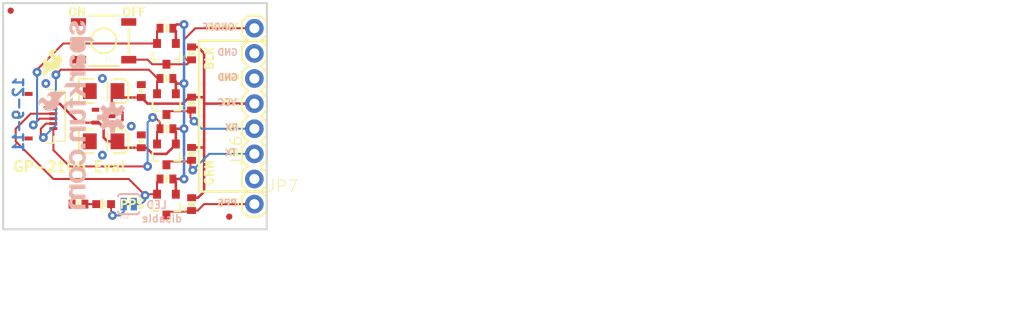
<source format=kicad_pcb>
(kicad_pcb (version 20211014) (generator pcbnew)
  (layers (0 "F.Cu" signal) (31 "B.Cu" signal) (34 "B.Paste" user) (35 "F.Paste" user) (36 "B.SilkS" user "B.Silkscreen") (37 "F.SilkS" user "F.Silkscreen") (38 "B.Mask" user) (39 "F.Mask" user) (44 "Edge.Cuts" user))
  (net 0 "")
  (net 1 "1.8V")
  (net 2 "GND")
  (net 3 "1PPS_I")
  (net 4 "ONOFF_I")
  (net 5 "RX_I")
  (net 6 "TX_O")
  (net 7 "VCC")
  (net 8 "RX")
  (net 9 "TX")
  (net 10 "ONOFF")
  (net 11 "1PPS")
  (net 12 "N$1")
  (net 13 "N$2")
  (footprint "boardEagle:0402-CAP" (layer "F.Cu") (at 149.1361 107.5436 90)
    (fp_text reference "C1" (at -0.889 -0.6985 90) (layer "F.SilkS") (effects (font (size 0.376489 0.376489) (thickness 0.029911)) (justify left)))
    (fp_text value "1uF")
    (pad "1" smd rect (at -0.65 0 90) (size 0.7 0.9) (layers "F.Cu" "F.Paste" "F.Mask") (net 1 "1.8V"))
    (pad "2" smd rect (at 0.65 0 90) (size 0.7 0.9) (layers "F.Cu" "F.Paste" "F.Mask") (net 2 "GND"))
  )
  (footprint "boardEagle:LED-0603" (layer "F.Cu") (at 145.3261 113.8936 90)
    (fp_text reference "LED1" (at -0.6985 0.889) (layer "F.SilkS") (effects (font (size 0.376489 0.376489) (thickness 0.029911)) (justify right)))
    (fp_text value "red")
    (pad "A" smd rect (at 0 0.75 90) (size 0.8 0.8) (layers "F.Cu" "F.Paste" "F.Mask") (net 13 "N$2"))
    (pad "C" smd rect (at 0 -0.75 90) (size 0.8 0.8) (layers "F.Cu" "F.Paste" "F.Mask") (net 12 "N$1"))
  )
  (footprint "boardEagle:SOT23-3" (layer "F.Cu") (at 151.6761 103.7336 180)
    (fp_text reference "Q1" (at -0.8255 -1.778) (layer "F.SilkS") (effects (font (size 0.376489 0.376489) (thickness 0.029911)) (justify right)))
    (fp_text value "MOSFET-NCHANNELSMD")
    (pad "1" smd rect (at -0.95 1 180) (size 0.8 0.9) (layers "F.Cu" "F.Paste" "F.Mask") (net 1 "1.8V"))
    (pad "2" smd rect (at 0.95 1 180) (size 0.8 0.9) (layers "F.Cu" "F.Paste" "F.Mask") (net 5 "RX_I"))
    (pad "3" smd rect (at 0 -1.1 180) (size 0.8 0.9) (layers "F.Cu" "F.Paste" "F.Mask") (net 8 "RX"))
  )
  (footprint "boardEagle:0402-RES" (layer "F.Cu") (at 151.6761 96.1136)
    (fp_text reference "R5" (at -0.889 -0.6985) (layer "F.SilkS") (effects (font (size 0.376489 0.376489) (thickness 0.029911)) (justify left)))
    (fp_text value "10k")
    (pad "1" smd rect (at -0.65 0) (size 0.7 0.9) (layers "F.Cu" "F.Paste" "F.Mask") (net 4 "ONOFF_I"))
    (pad "2" smd rect (at 0.65 0) (size 0.7 0.9) (layers "F.Cu" "F.Paste" "F.Mask") (net 1 "1.8V"))
  )
  (footprint "boardEagle:SOT23-3" (layer "F.Cu") (at 151.6761 98.6536 180)
    (fp_text reference "Q3" (at -0.8255 -1.778) (layer "F.SilkS") (effects (font (size 0.376489 0.376489) (thickness 0.029911)) (justify right)))
    (fp_text value "MOSFET-NCHANNELSMD")
    (pad "1" smd rect (at -0.95 1 180) (size 0.8 0.9) (layers "F.Cu" "F.Paste" "F.Mask") (net 1 "1.8V"))
    (pad "2" smd rect (at 0.95 1 180) (size 0.8 0.9) (layers "F.Cu" "F.Paste" "F.Mask") (net 4 "ONOFF_I"))
    (pad "3" smd rect (at 0 -1.1 180) (size 0.8 0.9) (layers "F.Cu" "F.Paste" "F.Mask") (net 10 "ONOFF"))
  )
  (footprint "boardEagle:SFE-LOGO-FLAME" (layer "F.Cu") (at 139.2301 101.0666)
    (fp_text reference "JP4" hide)
    (fp_text value "LOGO-SFESK" hide)
  )
  (footprint "boardEagle:1X01" (layer "F.Cu") (at 160.5661 113.8936)
    (fp_text reference "JP7" (at 1.1938 -1.8288) (layer "F.SilkS") (effects (font (size 1.176528 1.176528) (thickness 0.093472)) (justify left)))
    (fp_text value "M01PTH")
    (pad "1" thru_hole circle (at 0 0 90) (size 1.8796 1.8796) (drill 1.016) (layers *.Cu *.Mask) (net 11 "1PPS"))
  )
  (footprint "boardEagle:SOT23-3" (layer "F.Cu") (at 151.6761 113.8936 180)
    (fp_text reference "Q4" (at -0.8255 -1.778) (layer "F.SilkS") (effects (font (size 0.376489 0.376489) (thickness 0.029911)) (justify right)))
    (fp_text value "MOSFET-NCHANNELSMD")
    (pad "1" smd rect (at -0.95 1 180) (size 0.8 0.9) (layers "F.Cu" "F.Paste" "F.Mask") (net 1 "1.8V"))
    (pad "2" smd rect (at 0.95 1 180) (size 0.8 0.9) (layers "F.Cu" "F.Paste" "F.Mask") (net 3 "1PPS_I"))
    (pad "3" smd rect (at 0 -1.1 180) (size 0.8 0.9) (layers "F.Cu" "F.Paste" "F.Mask") (net 11 "1PPS"))
  )
  (footprint "boardEagle:0402-RES" (layer "F.Cu") (at 154.2161 103.7336 90)
    (fp_text reference "R2" (at -0.889 -0.6985 90) (layer "F.SilkS") (effects (font (size 0.376489 0.376489) (thickness 0.029911)) (justify left)))
    (fp_text value "10k")
    (pad "1" smd rect (at -0.65 0 90) (size 0.7 0.9) (layers "F.Cu" "F.Paste" "F.Mask") (net 8 "RX"))
    (pad "2" smd rect (at 0.65 0 90) (size 0.7 0.9) (layers "F.Cu" "F.Paste" "F.Mask") (net 7 "VCC"))
  )
  (footprint "boardEagle:EIA3216" (layer "F.Cu") (at 145.3261 107.5436)
    (fp_text reference "C2" (at -2.54 -1.381) (layer "F.SilkS") (effects (font (size 0.376489 0.376489) (thickness 0.029911)) (justify left)))
    (fp_text value "10uF")
    (pad "A" smd rect (at 1.4 0 90) (size 1.6 1.4) (layers "F.Cu" "F.Paste" "F.Mask") (net 1 "1.8V"))
    (pad "C" smd rect (at -1.4 0 90) (size 1.6 1.4) (layers "F.Cu" "F.Paste" "F.Mask") (net 2 "GND"))
  )
  (footprint "boardEagle:STAND-OFF" (layer "F.Cu") (at 137.7061 96.1136)
    (fp_text reference "JP3" hide)
    (fp_text value "STAND-OFF" hide)
    (pad "" np_thru_hole circle (at 0 0) (size 3.302 3.302) (drill 3.302) (layers *.Cu *.Mask))
  )
  (footprint "boardEagle:EIA3216" (layer "F.Cu") (at 145.3261 102.4636)
    (fp_text reference "C4" (at -2.54 -1.381) (layer "F.SilkS") (effects (font (size 0.376489 0.376489) (thickness 0.029911)) (justify left)))
    (fp_text value "10uF")
    (pad "A" smd rect (at 1.4 0 90) (size 1.6 1.4) (layers "F.Cu" "F.Paste" "F.Mask") (net 7 "VCC"))
    (pad "C" smd rect (at -1.4 0 90) (size 1.6 1.4) (layers "F.Cu" "F.Paste" "F.Mask") (net 2 "GND"))
  )
  (footprint "boardEagle:FTDI_BASIC" (layer "F.Cu") (at 160.5661 111.3536 90)
    (fp_text reference "JP6" (at 1.1938 -1.8288 90) (layer "F.SilkS") (effects (font (size 1.1557 1.1557) (thickness 0.1143)) (justify left)))
    (fp_text value "FTDI_BASICPTH")
    (pad "CTS" thru_hole circle (at 10.16 0 180) (size 1.8796 1.8796) (drill 1.016) (layers *.Cu *.Mask) (net 2 "GND"))
    (pad "DTR" thru_hole circle (at 0 0 180) (size 1.8796 1.8796) (drill 1.016) (layers *.Cu *.Mask))
    (pad "GND" thru_hole circle (at 12.7 0 180) (size 1.8796 1.8796) (drill 1.016) (layers *.Cu *.Mask) (net 2 "GND"))
    (pad "RXI" thru_hole circle (at 2.54 0 180) (size 1.8796 1.8796) (drill 1.016) (layers *.Cu *.Mask) (net 9 "TX"))
    (pad "TXO" thru_hole circle (at 5.08 0 180) (size 1.8796 1.8796) (drill 1.016) (layers *.Cu *.Mask) (net 8 "RX"))
    (pad "VCC" thru_hole circle (at 7.62 0 180) (size 1.8796 1.8796) (drill 1.016) (layers *.Cu *.Mask) (net 7 "VCC"))
  )
  (footprint "boardEagle:STAND-OFF" (layer "F.Cu") (at 137.7061 113.8936)
    (fp_text reference "JP2" hide)
    (fp_text value "STAND-OFF" hide)
    (pad "" np_thru_hole circle (at 0 0) (size 3.302 3.302) (drill 3.302) (layers *.Cu *.Mask))
  )
  (footprint "boardEagle:0402-RES" (layer "F.Cu") (at 142.7861 113.8936)
    (fp_text reference "R9" (at -0.889 -0.6985) (layer "F.SilkS") (effects (font (size 0.376489 0.376489) (thickness 0.029911)) (justify left)))
    (fp_text value "0.27")
    (pad "1" smd rect (at -0.65 0) (size 0.7 0.9) (layers "F.Cu" "F.Paste" "F.Mask") (net 2 "GND"))
    (pad "2" smd rect (at 0.65 0) (size 0.7 0.9) (layers "F.Cu" "F.Paste" "F.Mask") (net 12 "N$1"))
  )
  (footprint "boardEagle:0402-RES" (layer "F.Cu") (at 154.2161 98.6536 90)
    (fp_text reference "R6" (at -0.889 -0.6985 90) (layer "F.SilkS") (effects (font (size 0.376489 0.376489) (thickness 0.029911)) (justify left)))
    (fp_text value "10k")
    (pad "1" smd rect (at -0.65 0 90) (size 0.7 0.9) (layers "F.Cu" "F.Paste" "F.Mask") (net 10 "ONOFF"))
    (pad "2" smd rect (at 0.65 0 90) (size 0.7 0.9) (layers "F.Cu" "F.Paste" "F.Mask") (net 7 "VCC"))
  )
  (footprint "boardEagle:0402-RES" (layer "F.Cu") (at 154.2161 108.8136 90)
    (fp_text reference "R4" (at -0.889 -0.6985 90) (layer "F.SilkS") (effects (font (size 0.376489 0.376489) (thickness 0.029911)) (justify left)))
    (fp_text value "10k")
    (pad "1" smd rect (at -0.65 0 90) (size 0.7 0.9) (layers "F.Cu" "F.Paste" "F.Mask") (net 9 "TX"))
    (pad "2" smd rect (at 0.65 0 90) (size 0.7 0.9) (layers "F.Cu" "F.Paste" "F.Mask") (net 7 "VCC"))
  )
  (footprint "boardEagle:0402-RES" (layer "F.Cu") (at 151.6761 106.2736)
    (fp_text reference "R3" (at -0.889 -0.6985) (layer "F.SilkS") (effects (font (size 0.376489 0.376489) (thickness 0.029911)) (justify left)))
    (fp_text value "10k")
    (pad "1" smd rect (at -0.65 0) (size 0.7 0.9) (layers "F.Cu" "F.Paste" "F.Mask") (net 6 "TX_O"))
    (pad "2" smd rect (at 0.65 0) (size 0.7 0.9) (layers "F.Cu" "F.Paste" "F.Mask") (net 1 "1.8V"))
  )
  (footprint "boardEagle:SOT23-3" (layer "F.Cu") (at 151.6761 108.8136 180)
    (fp_text reference "Q2" (at -0.8255 -1.778) (layer "F.SilkS") (effects (font (size 0.376489 0.376489) (thickness 0.029911)) (justify right)))
    (fp_text value "MOSFET-NCHANNELSMD")
    (pad "1" smd rect (at -0.95 1 180) (size 0.8 0.9) (layers "F.Cu" "F.Paste" "F.Mask") (net 1 "1.8V"))
    (pad "2" smd rect (at 0.95 1 180) (size 0.8 0.9) (layers "F.Cu" "F.Paste" "F.Mask") (net 6 "TX_O"))
    (pad "3" smd rect (at 0 -1.1 180) (size 0.8 0.9) (layers "F.Cu" "F.Paste" "F.Mask") (net 9 "TX"))
  )
  (footprint "boardEagle:SC70" (layer "F.Cu") (at 145.3261 105.0036 90)
    (fp_text reference "U2" (at -0.889 -1.524 90) (layer "F.SilkS") (effects (font (size 0.376489 0.376489) (thickness 0.029911)) (justify left)))
    (fp_text value "V_REG_LDOSMD2")
    (pad "1" smd rect (at -0.65 0.825 90) (size 0.4 0.75) (layers "F.Cu" "F.Mask") (net 7 "VCC"))
    (pad "2" smd rect (at 0 0.825 90) (size 0.4 0.75) (layers "F.Cu" "F.Mask") (net 2 "GND"))
    (pad "3" smd rect (at 0.65 0.825 90) (size 0.4 0.75) (layers "F.Cu" "F.Mask") (net 7 "VCC"))
    (pad "4" smd rect (at 0.65 -0.825 90) (size 0.4 0.75) (layers "F.Cu" "F.Mask"))
    (pad "5" smd rect (at -0.65 -0.825 90) (size 0.4 0.75) (layers "F.Cu" "F.Mask") (net 1 "1.8V"))
  )
  (footprint "boardEagle:GP-2106" (layer "F.Cu") (at 140.2461 105.0036 -90)
    (fp_text reference "U1" (at -2.54 1.27 90) (layer "F.SilkS") (effects (font (size 0.376489 0.376489) (thickness 0.029911)) (justify right)))
    (fp_text value "GP-2106")
    (pad "1PPS" smd rect (at -0.25 0) (size 0.8 0.3) (layers "F.Cu" "F.Mask") (net 3 "1PPS_I"))
    (pad "GND" smd rect (at -0.75 0) (size 0.8 0.3) (layers "F.Cu" "F.Mask") (net 2 "GND"))
    (pad "ONOFF" smd rect (at 0.25 0) (size 0.8 0.3) (layers "F.Cu" "F.Mask") (net 4 "ONOFF_I"))
    (pad "P$7" smd rect (at -2.25 2.5) (size 0.8 0.4) (layers "F.Cu" "F.Paste" "F.Mask"))
    (pad "P$8" smd rect (at 2.25 2.5) (size 0.8 0.4) (layers "F.Cu" "F.Paste" "F.Mask"))
    (pad "RX" smd rect (at 0.75 0) (size 0.8 0.3) (layers "F.Cu" "F.Mask") (net 5 "RX_I"))
    (pad "TX" smd rect (at 1.25 0) (size 0.8 0.3) (layers "F.Cu" "F.Mask") (net 6 "TX_O"))
    (pad "VCC" smd rect (at -1.25 0) (size 0.8 0.3) (layers "F.Cu" "F.Mask") (net 1 "1.8V"))
  )
  (footprint "boardEagle:0402-CAP" (layer "F.Cu") (at 149.1361 102.4636 90)
    (fp_text reference "C3" (at -0.889 -0.6985 90) (layer "F.SilkS") (effects (font (size 0.376489 0.376489) (thickness 0.029911)) (justify left)))
    (fp_text value "0.1uF")
    (pad "1" smd rect (at -0.65 0 90) (size 0.7 0.9) (layers "F.Cu" "F.Paste" "F.Mask") (net 7 "VCC"))
    (pad "2" smd rect (at 0.65 0 90) (size 0.7 0.9) (layers "F.Cu" "F.Paste" "F.Mask") (net 2 "GND"))
  )
  (footprint "boardEagle:MICRO-FIDUCIAL" (layer "F.Cu") (at 158.0261 115.1636)
    (fp_text reference "JP9" hide)
    (fp_text value "FIDUCIALUFIDUCIAL" hide)
    (pad "1" smd roundrect (at 0 0) (size 0.635 0.635) (layers "F.Cu" "F.Mask") (roundrect_rratio 0.5))
  )
  (footprint "boardEagle:0402-RES" (layer "F.Cu") (at 151.6761 101.1936)
    (fp_text reference "R1" (at -0.889 -0.6985) (layer "F.SilkS") (effects (font (size 0.376489 0.376489) (thickness 0.029911)) (justify left)))
    (fp_text value "10k")
    (pad "1" smd rect (at -0.65 0) (size 0.7 0.9) (layers "F.Cu" "F.Paste" "F.Mask") (net 5 "RX_I"))
    (pad "2" smd rect (at 0.65 0) (size 0.7 0.9) (layers "F.Cu" "F.Paste" "F.Mask") (net 1 "1.8V"))
  )
  (footprint "boardEagle:MICRO-FIDUCIAL" (layer "F.Cu") (at 135.9281 94.3356)
    (fp_text reference "JP8" hide)
    (fp_text value "FIDUCIALUFIDUCIAL" hide)
    (pad "1" smd roundrect (at 0 0) (size 0.635 0.635) (layers "F.Cu" "F.Mask") (roundrect_rratio 0.5))
  )
  (footprint "boardEagle:0402-RES" (layer "F.Cu") (at 151.6761 111.3536)
    (fp_text reference "R7" (at -0.889 -0.6985) (layer "F.SilkS") (effects (font (size 0.376489 0.376489) (thickness 0.029911)) (justify left)))
    (fp_text value "10k")
    (pad "1" smd rect (at -0.65 0) (size 0.7 0.9) (layers "F.Cu" "F.Paste" "F.Mask") (net 3 "1PPS_I"))
    (pad "2" smd rect (at 0.65 0) (size 0.7 0.9) (layers "F.Cu" "F.Paste" "F.Mask") (net 1 "1.8V"))
  )
  (footprint "boardEagle:CREATIVE_COMMONS" (layer "F.Cu") (at 155.4861 126.5936)
    (fp_text reference "U$8" hide)
    (fp_text value "CREATIVE_COMMONS" hide)
  )
  (footprint "boardEagle:0402-RES" (layer "F.Cu") (at 154.2161 113.8936 90)
    (fp_text reference "R8" (at -0.889 -0.6985 90) (layer "F.SilkS") (effects (font (size 0.376489 0.376489) (thickness 0.029911)) (justify left)))
    (fp_text value "10k")
    (pad "1" smd rect (at -0.65 0 90) (size 0.7 0.9) (layers "F.Cu" "F.Paste" "F.Mask") (net 11 "1PPS"))
    (pad "2" smd rect (at 0.65 0 90) (size 0.7 0.9) (layers "F.Cu" "F.Paste" "F.Mask") (net 7 "VCC"))
  )
  (footprint "boardEagle:TACTILE_SWITCH_SMD" (layer "F.Cu") (at 145.3261 97.3836 180)
    (fp_text reference "S1" (at -0.889 -1.778) (layer "F.SilkS") (effects (font (size 0.376489 0.376489) (thickness 0.029911)) (justify right)))
    (fp_text value "SWITCH-MOMENTARY-2SMD")
    (pad "1" smd rect (at -2.54 -1.905 270) (size 0.762 1.524) (layers "F.Cu" "F.Paste" "F.Mask") (net 10 "ONOFF"))
    (pad "2" smd rect (at 2.54 -1.905 270) (size 0.762 1.524) (layers "F.Cu" "F.Paste" "F.Mask"))
    (pad "3" smd rect (at -2.54 1.905 270) (size 0.762 1.524) (layers "F.Cu" "F.Paste" "F.Mask") (net 2 "GND"))
    (pad "4" smd rect (at 2.54 1.905 270) (size 0.762 1.524) (layers "F.Cu" "F.Paste" "F.Mask"))
  )
  (footprint "boardEagle:1X01" (layer "F.Cu") (at 160.5661 96.1136)
    (fp_text reference "JP1" hide)
    (fp_text value "M01PTH")
    (pad "1" thru_hole circle (at 0 0 90) (size 1.8796 1.8796) (drill 1.016) (layers *.Cu *.Mask) (net 10 "ONOFF"))
  )
  (footprint "boardEagle:SFE-NEW-WEBLOGO" (layer "B.Cu") (at 144.4371 95.3516 -90)
    (fp_text reference "JP5" hide)
    (fp_text value "LOGO-SFENEW" hide)
  )
  (footprint "boardEagle:OSHW-LOGO-S" (layer "B.Cu") (at 146.2151 105.1306 -90)
    (fp_text reference "U$7" hide)
    (fp_text value "OSHW-LOGOS" hide)
  )
  (footprint "boardEagle:SJ_2S-TRACE" (layer "B.Cu") (at 147.8661 113.8936)
    (fp_text reference "SJ1" (at -0.9525 1.27) (layer "B.SilkS") (effects (font (size 0.376489 0.376489) (thickness 0.029911)) (justify right mirror)))
    (fp_text value "SOLDERJUMPERTRACE")
    (fp_line (start -0.381 0) (end 0.381 0) (layer "B.Cu") (width 0.2032))
    (pad "1" smd rect (at -0.508 0) (size 0.635 1.27) (layers "B.Cu" "B.Mask") (net 13 "N$2"))
    (pad "2" smd rect (at 0.508 0) (size 0.635 1.27) (layers "B.Cu" "B.Mask") (net 3 "1PPS_I"))
  )
  (gr_line (start 154.9781 112.6236) (end 161.8361 112.6236) (layer "F.SilkS") (width 0.254))
  (gr_line (start 161.8361 97.3836) (end 154.9781 97.3836) (layer "F.SilkS") (width 0.254))
  (gr_line (start 154.9781 97.3836) (end 154.9781 112.6236) (layer "F.SilkS") (width 0.254))
  (gr_line (start 135.1661 93.5736) (end 135.1661 116.4336) (layer "Edge.Cuts") (width 0.2032))
  (gr_line (start 135.1661 116.4336) (end 161.8161 116.4336) (layer "Edge.Cuts") (width 0.2032))
  (gr_line (start 161.8361 93.5736) (end 135.1661 93.5736) (layer "Edge.Cuts") (width 0.2032))
  (gr_line (start 161.8161 116.4336) (end 161.8361 93.5736) (layer "Edge.Cuts") (width 0.2032))
  (gr_text "12-9-11" (at 137.3251 100.9396 -270) (layer "B.Cu") (effects (font (size 1.0414 1.0414) (thickness 0.2286)) (justify left bottom mirror)))
  (gr_text "GND" (at 156.7561 98.1456) (layer "B.SilkS") (effects (font (size 0.666496 0.666496) (thickness 0.146304)) (justify right top mirror)))
  (gr_text "PPS" (at 156.7561 113.3856) (layer "B.SilkS") (effects (font (size 0.666496 0.666496) (thickness 0.146304)) (justify right top mirror)))
  (gr_text "LED" (at 151.8031 114.4016) (layer "B.SilkS") (effects (font (size 0.75565 0.75565) (thickness 0.13335)) (justify left bottom mirror)))
  (gr_text "TX" (at 157.5181 108.3056) (layer "B.SilkS") (effects (font (size 0.666496 0.666496) (thickness 0.146304)) (justify right top mirror)))
  (gr_text "VCC" (at 156.7561 103.2256) (layer "B.SilkS") (effects (font (size 0.666496 0.666496) (thickness 0.146304)) (justify right top mirror)))
  (gr_text "disable" (at 153.3271 115.7986) (layer "B.SilkS") (effects (font (size 0.75565 0.75565) (thickness 0.13335)) (justify left bottom mirror)))
  (gr_text "RX" (at 157.5181 105.7656) (layer "B.SilkS") (effects (font (size 0.666496 0.666496) (thickness 0.146304)) (justify right top mirror)))
  (gr_text "GND" (at 156.7561 100.6856) (layer "B.SilkS") (effects (font (size 0.666496 0.666496) (thickness 0.146304)) (justify right top mirror)))
  (gr_text "ONOFF" (at 155.2321 95.6056) (layer "B.SilkS") (effects (font (size 0.666496 0.666496) (thickness 0.146304)) (justify right top mirror)))
  (gr_text "PPS" (at 146.8501 114.4016) (layer "F.SilkS") (effects (font (size 0.83312 0.83312) (thickness 0.18288)) (justify left bottom)))
  (gr_text "GND" (at 159.1691 100.6856) (layer "F.SilkS") (effects (font (size 0.666496 0.666496) (thickness 0.146304)) (justify right top)))
  (gr_text "GRN" (at 156.5021 112.1156 90) (layer "F.SilkS") (effects (font (size 0.83312 0.83312) (thickness 0.18288)) (justify left bottom)))
  (gr_text "OFF" (at 147.1041 94.9706) (layer "F.SilkS") (effects (font (size 0.83312 0.83312) (thickness 0.18288)) (justify left bottom)))
  (gr_text "ONOFF" (at 159.1691 95.6056) (layer "F.SilkS") (effects (font (size 0.666496 0.666496) (thickness 0.146304)) (justify right top)))
  (gr_text "BLK" (at 156.5021 100.4316 90) (layer "F.SilkS") (effects (font (size 0.83312 0.83312) (thickness 0.18288)) (justify left bottom)))
  (gr_text "GP-2106 Eval" (at 136.0551 110.7186) (layer "F.SilkS") (effects (font (size 1.0414 1.0414) (thickness 0.2286)) (justify left bottom)))
  (gr_text "RX" (at 159.1691 105.7656) (layer "F.SilkS") (effects (font (size 0.666496 0.666496) (thickness 0.146304)) (justify right top)))
  (gr_text "ON" (at 141.6431 94.9706) (layer "F.SilkS") (effects (font (size 0.83312 0.83312) (thickness 0.18288)) (justify left bottom)))
  (gr_text "PPS" (at 159.1691 113.3856) (layer "F.SilkS") (effects (font (size 0.666496 0.666496) (thickness 0.146304)) (justify right top)))
  (gr_text "TX" (at 159.1691 108.3056) (layer "F.SilkS") (effects (font (size 0.666496 0.666496) (thickness 0.146304)) (justify right top)))
  (gr_text "VCC" (at 159.1691 103.2256) (layer "F.SilkS") (effects (font (size 0.666496 0.666496) (thickness 0.146304)) (justify right top)))
  (segment (start 152.6261 96.4136) (end 152.6261 97.6536) (width 0.254) (layer "F.Cu") (net 1))
  (segment (start 153.4541 101.7016) (end 152.6261 101.7016) (width 0.254) (layer "F.Cu") (net 1))
  (segment (start 152.6261 101.4936) (end 152.3261 101.1936) (width 0.254) (layer "F.Cu") (net 1))
  (segment (start 149.6591 108.1936) (end 150.2791 108.8136) (width 0.254) (layer "F.Cu") (net 1))
  (segment (start 144.8331 105.6536) (end 145.3261 106.1466) (width 0.254) (layer "F.Cu") (net 1))
  (segment (start 152.6261 107.8136) (end 152.6261 106.5736) (width 0.254) (layer "F.Cu") (net 1))
  (segment (start 152.3261 106.2736) (end 153.4541 106.2736) (width 0.254) (layer "F.Cu") (net 1))
  (segment (start 152.6261 101.7016) (end 152.6261 102.7336) (width 0.254) (layer "F.Cu") (net 1))
  (segment (start 151.6761 108.8136) (end 152.6261 107.8636) (width 0.254) (layer "F.Cu") (net 1))
  (segment (start 152.6261 106.5736) (end 152.3261 106.2736) (width 0.254) (layer "F.Cu") (net 1))
  (segment (start 145.3261 106.1466) (end 145.3261 107.1626) (width 0.254) (layer "F.Cu") (net 1))
  (segment (start 142.8011 105.6536) (end 144.5011 105.6536) (width 0.254) (layer "F.Cu") (net 1))
  (segment (start 152.3261 111.3536) (end 152.6261 111.6536) (width 0.254) (layer "F.Cu") (net 1))
  (segment (start 144.5011 105.6536) (end 144.4861 105.6386) (width 0.254) (layer "F.Cu") (net 1))
  (segment (start 145.3261 107.1626) (end 145.7071 107.5436) (width 0.254) (layer "F.Cu") (net 1))
  (segment (start 153.4541 95.7326) (end 152.7071 95.7326) (width 0.254) (layer "F.Cu") (net 1))
  (segment (start 147.3761 108.1936) (end 149.1361 108.1936) (width 0.254) (layer "F.Cu") (net 1))
  (segment (start 145.7071 107.5436) (end 146.7261 107.5436) (width 0.254) (layer "F.Cu") (net 1))
  (segment (start 144.5011 105.6536) (end 144.8331 105.6536) (width 0.254) (layer "F.Cu") (net 1))
  (segment (start 152.6261 107.8636) (end 152.6261 107.8136) (width 0.254) (layer "F.Cu") (net 1))
  (segment (start 140.2461 103.7536) (end 140.9011 103.7536) (width 0.254) (layer "F.Cu") (net 1))
  (segment (start 146.7261 107.5436) (end 147.3761 108.1936) (width 0.254) (layer "F.Cu") (net 1))
  (segment (start 152.7071 95.7326) (end 152.3261 96.1136) (width 0.254) (layer "F.Cu") (net 1))
  (segment (start 149.1361 108.1936) (end 149.6591 108.1936) (width 0.254) (layer "F.Cu") (net 1))
  (segment (start 152.6261 101.7016) (end 152.6261 101.4936) (width 0.254) (layer "F.Cu") (net 1))
  (segment (start 152.6261 111.6536) (end 152.6261 112.8936) (width 0.254) (layer "F.Cu") (net 1))
  (segment (start 152.3261 96.1136) (end 152.6261 96.4136) (width 0.254) (layer "F.Cu") (net 1))
  (segment (start 140.9011 103.7536) (end 142.8011 105.6536) (width 0.254) (layer "F.Cu") (net 1))
  (segment (start 153.4541 111.3536) (end 152.3261 111.3536) (width 0.254) (layer "F.Cu") (net 1))
  (segment (start 150.2791 108.8136) (end 151.6761 108.8136) (width 0.254) (layer "F.Cu") (net 1))
  (via (at 153.4541 101.7016) (size 0.889) (drill 0.381) (layers "F.Cu" "B.Cu") (net 1))
  (via (at 153.4541 106.2736) (size 0.889) (drill 0.381) (layers "F.Cu" "B.Cu") (net 1))
  (via (at 153.4541 95.7326) (size 0.889) (drill 0.381) (layers "F.Cu" "B.Cu") (net 1))
  (via (at 153.4541 111.3536) (size 0.889) (drill 0.381) (layers "F.Cu" "B.Cu") (net 1))
  (segment (start 153.4541 106.2736) (end 153.4541 101.7016) (width 0.254) (layer "B.Cu") (net 1))
  (segment (start 153.4541 106.2736) (end 153.4541 111.3536) (width 0.254) (layer "B.Cu") (net 1))
  (segment (start 153.4541 101.7016) (end 153.4541 95.7326) (width 0.254) (layer "B.Cu") (net 1))
  (segment (start 139.4961 104.2536) (end 140.2461 104.2536) (width 0.254) (layer "F.Cu") (net 2))
  (segment (start 139.4961 104.2536) (end 139.3571 104.1146) (width 0.254) (layer "F.Cu") (net 2))
  (via (at 148.1201 106.0196) (size 0.889) (drill 0.381) (layers "F.Cu" "B.Cu") (net 2))
  (via (at 145.1991 101.1936) (size 0.889) (drill 0.381) (layers "F.Cu" "B.Cu") (net 2))
  (via (at 145.1991 108.9406) (size 0.889) (drill 0.381) (layers "F.Cu" "B.Cu") (net 2))
  (via (at 139.4841 101.7016) (size 0.889) (drill 0.381) (layers "F.Cu" "B.Cu") (net 2))
  (segment (start 149.6281 112.8936) (end 150.7261 112.8936) (width 0.2032) (layer "F.Cu") (net 3))
  (segment (start 140.2461 111.3536) (end 147.8661 111.3536) (width 0.2032) (layer "F.Cu") (net 3))
  (segment (start 136.4361 107.5436) (end 140.2461 111.3536) (width 0.2032) (layer "F.Cu") (net 3))
  (segment (start 150.7261 112.8936) (end 150.7261 111.6536) (width 0.2032) (layer "F.Cu") (net 3))
  (segment (start 150.7261 111.6536) (end 151.0261 111.3536) (width 0.2032) (layer "F.Cu") (net 3))
  (segment (start 136.4361 106.2736) (end 137.9561 104.7536) (width 0.2032) (layer "F.Cu") (net 3))
  (segment (start 137.9561 104.7536) (end 140.2461 104.7536) (width 0.2032) (layer "F.Cu") (net 3))
  (segment (start 147.8661 111.3536) (end 149.5171 113.0046) (width 0.2032) (layer "F.Cu") (net 3))
  (segment (start 136.4361 107.5436) (end 136.4361 106.2736) (width 0.2032) (layer "F.Cu") (net 3))
  (segment (start 149.5171 113.0046) (end 149.6281 112.8936) (width 0.2032) (layer "F.Cu") (net 3))
  (via (at 149.5171 113.0046) (size 0.889) (drill 0.381) (layers "F.Cu" "B.Cu") (net 3))
  (segment (start 149.5171 113.0046) (end 149.5171 113.5126) (width 0.2032) (layer "B.Cu") (net 3))
  (segment (start 149.5171 113.5126) (end 149.1361 113.8936) (width 0.2032) (layer "B.Cu") (net 3))
  (segment (start 149.1361 113.8936) (end 148.3741 113.8936) (width 0.2032) (layer "B.Cu") (net 3))
  (segment (start 138.5951 100.3046) (end 141.2461 97.6536) (width 0.2032) (layer "F.Cu") (net 4))
  (segment (start 150.7261 96.4136) (end 151.0261 96.1136) (width 0.2032) (layer "F.Cu") (net 4))
  (segment (start 138.5951 100.5586) (end 138.5951 100.3046) (width 0.2032) (layer "F.Cu") (net 4))
  (segment (start 141.2461 97.6536) (end 150.7261 97.6536) (width 0.2032) (layer "F.Cu") (net 4))
  (segment (start 150.7261 97.6536) (end 150.7261 96.4136) (width 0.2032) (layer "F.Cu") (net 4))
  (segment (start 138.8531 105.2536) (end 140.2461 105.2536) (width 0.2032) (layer "F.Cu") (net 4))
  (segment (start 138.2141 105.8926) (end 138.8531 105.2536) (width 0.2032) (layer "F.Cu") (net 4))
  (via (at 138.5951 100.5586) (size 0.889) (drill 0.381) (layers "F.Cu" "B.Cu") (net 4))
  (via (at 138.2141 105.8926) (size 0.889) (drill 0.381) (layers "F.Cu" "B.Cu") (net 4))
  (segment (start 138.2141 105.8926) (end 138.5951 105.5116) (width 0.2032) (layer "B.Cu") (net 4))
  (segment (start 138.5951 105.5116) (end 138.5951 100.5586) (width 0.2032) (layer "B.Cu") (net 4))
  (segment (start 138.9761 106.9086) (end 138.9761 106.2736) (width 0.2032) (layer "F.Cu") (net 5))
  (segment (start 149.8981 100.3046) (end 150.7871 101.1936) (width 0.2032) (layer "F.Cu") (net 5))
  (segment (start 141.0081 100.3046) (end 149.8981 100.3046) (width 0.2032) (layer "F.Cu") (net 5))
  (segment (start 150.7261 101.4936) (end 150.7261 102.7336) (width 0.2032) (layer "F.Cu") (net 5))
  (segment (start 150.7871 101.1936) (end 151.0261 101.1936) (width 0.2032) (layer "F.Cu") (net 5))
  (segment (start 139.2301 107.1626) (end 138.9761 106.9086) (width 0.2032) (layer "F.Cu") (net 5))
  (segment (start 139.4961 105.7536) (end 140.2461 105.7536) (width 0.2032) (layer "F.Cu") (net 5))
  (segment (start 140.5001 100.8126) (end 141.0081 100.3046) (width 0.2032) (layer "F.Cu") (net 5))
  (segment (start 150.7871 101.1936) (end 150.7871 101.4326) (width 0.2032) (layer "F.Cu") (net 5))
  (segment (start 150.7871 101.4326) (end 150.7261 101.4936) (width 0.2032) (layer "F.Cu") (net 5))
  (segment (start 138.9761 106.2736) (end 139.4961 105.7536) (width 0.2032) (layer "F.Cu") (net 5))
  (via (at 139.2301 107.1626) (size 0.889) (drill 0.381) (layers "F.Cu" "B.Cu") (net 5))
  (via (at 140.5001 100.8126) (size 0.889) (drill 0.381) (layers "F.Cu" "B.Cu") (net 5))
  (segment (start 139.2301 107.1626) (end 140.5001 105.8926) (width 0.2032) (layer "B.Cu") (net 5))
  (segment (start 140.5001 105.8926) (end 140.5001 100.8126) (width 0.2032) (layer "B.Cu") (net 5))
  (segment (start 141.8971 110.0836) (end 140.2461 108.4326) (width 0.2032) (layer "F.Cu") (net 6))
  (segment (start 151.0261 105.6236) (end 151.0261 106.2736) (width 0.2032) (layer "F.Cu") (net 6))
  (segment (start 140.2461 108.4326) (end 140.2461 106.2536) (width 0.2032) (layer "F.Cu") (net 6))
  (segment (start 141.8971 110.0836) (end 149.7711 110.0836) (width 0.2032) (layer "F.Cu") (net 6))
  (segment (start 150.2791 105.1306) (end 150.5331 105.1306) (width 0.2032) (layer "F.Cu") (net 6))
  (segment (start 150.7261 106.5736) (end 150.7261 107.8136) (width 0.2032) (layer "F.Cu") (net 6))
  (segment (start 150.5331 105.1306) (end 151.0261 105.6236) (width 0.2032) (layer "F.Cu") (net 6))
  (segment (start 151.0261 106.2736) (end 150.7261 106.5736) (width 0.2032) (layer "F.Cu") (net 6))
  (via (at 149.7711 110.0836) (size 0.889) (drill 0.381) (layers "F.Cu" "B.Cu") (net 6))
  (via (at 150.2791 105.1306) (size 0.889) (drill 0.381) (layers "F.Cu" "B.Cu") (net 6))
  (segment (start 149.7711 110.0836) (end 149.7711 105.6386) (width 0.2032) (layer "B.Cu") (net 6))
  (segment (start 149.7711 105.6386) (end 150.2791 105.1306) (width 0.2032) (layer "B.Cu") (net 6))
  (segment (start 155.4861 103.7336) (end 160.5661 103.7336) (width 0.254) (layer "F.Cu") (net 7))
  (segment (start 146.1511 103.0386) (end 146.1511 104.3536) (width 0.254) (layer "F.Cu") (net 7))
  (segment (start 155.4861 108.1786) (end 155.4861 103.7336) (width 0.254) (layer "F.Cu") (net 7))
  (segment (start 146.9621 104.3536) (end 147.2311 104.6226) (width 0.254) (layer "F.Cu") (net 7))
  (segment (start 154.8661 113.2436) (end 155.4861 112.6236) (width 0.254) (layer "F.Cu") (net 7))
  (segment (start 147.2311 104.6226) (end 147.2311 105.3846) (width 0.254) (layer "F.Cu") (net 7))
  (segment (start 155.4861 103.0986) (end 155.4711 103.0836) (width 0.254) (layer "F.Cu") (net 7))
  (segment (start 155.4861 108.1786) (end 155.4711 108.1636) (width 0.254) (layer "F.Cu") (net 7))
  (segment (start 146.9621 105.6536) (end 146.1511 105.6536) (width 0.254) (layer "F.Cu") (net 7))
  (segment (start 154.2161 113.2436) (end 154.8661 113.2436) (width 0.254) (layer "F.Cu") (net 7))
  (segment (start 149.7711 103.7336) (end 149.1511 103.1136) (width 0.254) (layer "F.Cu") (net 7))
  (segment (start 155.4861 98.6536) (end 154.8361 98.0036) (width 0.254) (layer "F.Cu") (net 7))
  (segment (start 155.4711 108.1636) (end 154.2161 108.1636) (width 0.254) (layer "F.Cu") (net 7))
  (segment (start 155.4711 103.0836) (end 154.2161 103.0836) (width 0.254) (layer "F.Cu") (net 7))
  (segment (start 155.4861 103.0986) (end 155.4861 98.6536) (width 0.254) (layer "F.Cu") (net 7))
  (segment (start 154.8361 98.0036) (end 154.2161 98.0036) (width 0.254) (layer "F.Cu") (net 7))
  (segment (start 155.4861 112.6236) (end 155.4861 108.1786) (width 0.254) (layer "F.Cu") (net 7))
  (segment (start 146.7261 102.4636) (end 146.1511 103.0386) (width 0.254) (layer "F.Cu") (net 7))
  (segment (start 147.2311 105.3846) (end 146.9621 105.6536) (width 0.254) (layer "F.Cu") (net 7))
  (segment (start 147.3761 103.1136) (end 146.7261 102.4636) (width 0.254) (layer "F.Cu") (net 7))
  (segment (start 153.9771 103.0836) (end 153.3271 103.7336) (width 0.254) (layer "F.Cu") (net 7))
  (segment (start 153.3271 103.7336) (end 149.7711 103.7336) (width 0.254) (layer "F.Cu") (net 7))
  (segment (start 149.1511 103.1136) (end 149.1361 103.1136) (width 0.254) (layer "F.Cu") (net 7))
  (segment (start 154.2161 103.0836) (end 153.9771 103.0836) (width 0.254) (layer "F.Cu") (net 7))
  (segment (start 155.4861 103.7336) (end 155.4861 103.0986) (width 0.254) (layer "F.Cu") (net 7))
  (segment (start 146.1511 104.3536) (end 146.9621 104.3536) (width 0.254) (layer "F.Cu") (net 7))
  (segment (start 149.1361 103.1136) (end 147.3761 103.1136) (width 0.254) (layer "F.Cu") (net 7))
  (segment (start 151.9301 104.4956) (end 154.1041 104.4956) (width 0.2032) (layer "F.Cu") (net 8))
  (segment (start 151.6761 104.8336) (end 151.6761 104.7496) (width 0.2032) (layer "F.Cu") (net 8))
  (segment (start 154.1041 104.4956) (end 154.2161 104.3836) (width 0.2032) (layer "F.Cu") (net 8))
  (segment (start 151.6761 104.7496) (end 151.9301 104.4956) (width 0.2032) (layer "F.Cu") (net 8))
  (segment (start 154.1041 105.1456) (end 154.4701 105.5116) (width 0.2032) (layer "F.Cu") (net 8))
  (segment (start 154.1041 104.4956) (end 154.1041 105.1456) (width 0.2032) (layer "F.Cu") (net 8))
  (via (at 154.4701 105.5116) (size 0.889) (drill 0.381) (layers "F.Cu" "B.Cu") (net 8))
  (segment (start 155.2321 106.2736) (end 160.5661 106.2736) (width 0.2032) (layer "B.Cu") (net 8))
  (segment (start 154.4701 105.5116) (end 155.2321 106.2736) (width 0.2032) (layer "B.Cu") (net 8))
  (segment (start 154.1041 109.5756) (end 154.1041 110.2256) (width 0.2032) (layer "F.Cu") (net 9))
  (segment (start 151.6761 109.8296) (end 151.9301 109.5756) (width 0.2032) (layer "F.Cu") (net 9))
  (segment (start 154.1041 110.2256) (end 154.3431 110.4646) (width 0.2032) (layer "F.Cu") (net 9))
  (segment (start 151.6761 109.9136) (end 151.6761 109.8296) (width 0.2032) (layer "F.Cu") (net 9))
  (segment (start 154.1041 109.5756) (end 154.2161 109.4636) (width 0.2032) (layer "F.Cu") (net 9))
  (segment (start 151.9301 109.5756) (end 154.1041 109.5756) (width 0.2032) (layer "F.Cu") (net 9))
  (via (at 154.3431 110.4646) (size 0.889) (drill 0.381) (layers "F.Cu" "B.Cu") (net 9))
  (segment (start 154.3431 110.4646) (end 155.9941 108.8136) (width 0.2032) (layer "B.Cu") (net 9))
  (segment (start 155.9941 108.8136) (end 160.5661 108.8136) (width 0.2032) (layer "B.Cu") (net 9))
  (segment (start 153.7661 99.7536) (end 154.2161 99.3036) (width 0.2032) (layer "F.Cu") (net 10))
  (segment (start 154.2161 99.3036) (end 153.7231 99.3036) (width 0.2032) (layer "F.Cu") (net 10))
  (segment (start 154.5971 96.1136) (end 160.5661 96.1136) (width 0.2032) (layer "F.Cu") (net 10))
  (segment (start 153.4541 99.0346) (end 153.4541 97.2566) (width 0.2032) (layer "F.Cu") (net 10))
  (segment (start 149.7711 99.2886) (end 150.2361 99.7536) (width 0.2032) (layer "F.Cu") (net 10))
  (segment (start 147.8661 99.2886) (end 149.7711 99.2886) (width 0.2032) (layer "F.Cu") (net 10))
  (segment (start 151.6761 99.7536) (end 153.7661 99.7536) (width 0.2032) (layer "F.Cu") (net 10))
  (segment (start 150.2361 99.7536) (end 151.6761 99.7536) (width 0.2032) (layer "F.Cu") (net 10))
  (segment (start 153.7231 99.3036) (end 153.4541 99.0346) (width 0.2032) (layer "F.Cu") (net 10))
  (segment (start 153.4541 97.2566) (end 154.5971 96.1136) (width 0.2032) (layer "F.Cu") (net 10))
  (segment (start 151.6761 114.9936) (end 151.7191 114.9936) (width 0.2032) (layer "F.Cu") (net 11))
  (segment (start 155.4861 113.8936) (end 160.5661 113.8936) (width 0.2032) (layer "F.Cu") (net 11))
  (segment (start 151.9301 114.6556) (end 154.1041 114.6556) (width 0.2032) (layer "F.Cu") (net 11))
  (segment (start 151.9301 114.7826) (end 151.9301 114.6556) (width 0.2032) (layer "F.Cu") (net 11))
  (segment (start 151.7191 114.9936) (end 151.9301 114.7826) (width 0.2032) (layer "F.Cu") (net 11))
  (segment (start 154.8361 114.5436) (end 155.4861 113.8936) (width 0.2032) (layer "F.Cu") (net 11))
  (segment (start 154.1041 114.6556) (end 154.2161 114.5436) (width 0.2032) (layer "F.Cu") (net 11))
  (segment (start 154.2161 114.5436) (end 154.8361 114.5436) (width 0.2032) (layer "F.Cu") (net 11))
  (segment (start 143.4361 113.8936) (end 144.5761 113.8936) (width 0.2032) (layer "F.Cu") (net 12))
  (segment (start 146.2151 115.0366) (end 146.0761 114.8976) (width 0.2032) (layer "F.Cu") (net 13))
  (segment (start 146.0761 114.8976) (end 146.0761 113.8936) (width 0.2032) (layer "F.Cu") (net 13))
  (via (at 146.2151 115.0366) (size 0.889) (drill 0.381) (layers "F.Cu" "B.Cu") (net 13))
  (segment (start 147.3581 114.6556) (end 147.3581 113.8936) (width 0.2032) (layer "B.Cu") (net 13))
  (segment (start 146.9771 115.0366) (end 147.3581 114.6556) (width 0.2032) (layer "B.Cu") (net 13))
  (segment (start 146.2151 115.0366) (end 146.9771 115.0366) (width 0.2032) (layer "B.Cu") (net 13))
)
</source>
